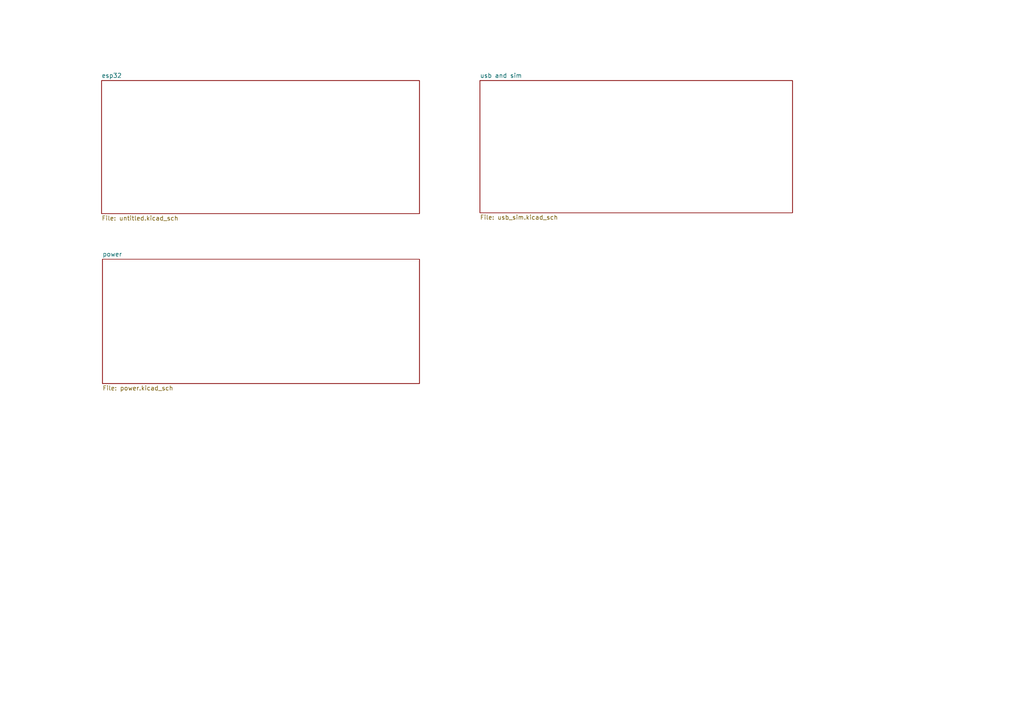
<source format=kicad_sch>
(kicad_sch
	(version 20231120)
	(generator "eeschema")
	(generator_version "8.0")
	(uuid "69132b65-5f0b-4ed7-8803-56f01bbb9a87")
	(paper "A4")
	(lib_symbols)
	(sheet
		(at 29.718 75.184)
		(size 91.948 36.068)
		(fields_autoplaced yes)
		(stroke
			(width 0.1524)
			(type solid)
		)
		(fill
			(color 0 0 0 0.0000)
		)
		(uuid "123ae824-de9a-4e4a-b740-fa58c0259378")
		(property "Sheetname" "power"
			(at 29.718 74.4724 0)
			(effects
				(font
					(size 1.27 1.27)
				)
				(justify left bottom)
			)
		)
		(property "Sheetfile" "power.kicad_sch"
			(at 29.718 111.8366 0)
			(effects
				(font
					(size 1.27 1.27)
				)
				(justify left top)
			)
		)
		(instances
			(project "esp32"
				(path "/69132b65-5f0b-4ed7-8803-56f01bbb9a87"
					(page "4")
				)
			)
		)
	)
	(sheet
		(at 139.192 23.368)
		(size 90.678 38.354)
		(fields_autoplaced yes)
		(stroke
			(width 0.1524)
			(type solid)
		)
		(fill
			(color 0 0 0 0.0000)
		)
		(uuid "484ad768-8d2f-48df-8447-c0d9d56f6294")
		(property "Sheetname" "usb and sim"
			(at 139.192 22.6564 0)
			(effects
				(font
					(size 1.27 1.27)
				)
				(justify left bottom)
			)
		)
		(property "Sheetfile" "usb_sim.kicad_sch"
			(at 139.192 62.3066 0)
			(effects
				(font
					(size 1.27 1.27)
				)
				(justify left top)
			)
		)
		(instances
			(project "esp32"
				(path "/69132b65-5f0b-4ed7-8803-56f01bbb9a87"
					(page "3")
				)
			)
		)
	)
	(sheet
		(at 29.464 23.368)
		(size 92.202 38.608)
		(fields_autoplaced yes)
		(stroke
			(width 0.1524)
			(type solid)
		)
		(fill
			(color 0 0 0 0.0000)
		)
		(uuid "b8b80ef5-66fb-4a07-a6c8-e5be941d4d88")
		(property "Sheetname" "esp32"
			(at 29.464 22.6564 0)
			(effects
				(font
					(size 1.27 1.27)
				)
				(justify left bottom)
			)
		)
		(property "Sheetfile" "untitled.kicad_sch"
			(at 29.464 62.5606 0)
			(effects
				(font
					(size 1.27 1.27)
				)
				(justify left top)
			)
		)
		(instances
			(project "esp32"
				(path "/69132b65-5f0b-4ed7-8803-56f01bbb9a87"
					(page "2")
				)
			)
		)
	)
	(sheet_instances
		(path "/"
			(page "1")
		)
	)
)
</source>
